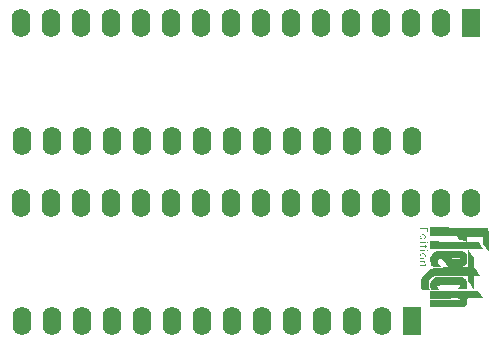
<source format=gbr>
%TF.GenerationSoftware,KiCad,Pcbnew,(5.99.0-11667-g1edb96cc5b)*%
%TF.CreationDate,2021-10-01T11:57:37+02:00*%
%TF.ProjectId,tosadapter,746f7361-6461-4707-9465-722e6b696361,rev?*%
%TF.SameCoordinates,Original*%
%TF.FileFunction,Soldermask,Top*%
%TF.FilePolarity,Negative*%
%FSLAX46Y46*%
G04 Gerber Fmt 4.6, Leading zero omitted, Abs format (unit mm)*
G04 Created by KiCad (PCBNEW (5.99.0-11667-g1edb96cc5b)) date 2021-10-01 11:57:37*
%MOMM*%
%LPD*%
G01*
G04 APERTURE LIST*
%ADD10R,1.600000X2.400000*%
%ADD11O,1.600000X2.400000*%
G04 APERTURE END LIST*
%TO.C, *%
G36*
X151475330Y-94064678D02*
G01*
X151478250Y-94080344D01*
X151455316Y-94103965D01*
X151435823Y-94106960D01*
X151396814Y-94089589D01*
X151403803Y-94050537D01*
X151411483Y-94041730D01*
X151446742Y-94036010D01*
X151475330Y-94064678D01*
G37*
G36*
X151155093Y-94353144D02*
G01*
X151221129Y-94413747D01*
X151224766Y-94420115D01*
X151243642Y-94483210D01*
X151251951Y-94566057D01*
X151251970Y-94569751D01*
X151227032Y-94670077D01*
X151157453Y-94742783D01*
X151051086Y-94781335D01*
X150992304Y-94785801D01*
X150881698Y-94761921D01*
X150798599Y-94698832D01*
X150749814Y-94609363D01*
X150742296Y-94508274D01*
X150804483Y-94508274D01*
X150804810Y-94594455D01*
X150843003Y-94668501D01*
X150862272Y-94685200D01*
X150953123Y-94723222D01*
X151046602Y-94722458D01*
X151127733Y-94688320D01*
X151181543Y-94626217D01*
X151194966Y-94564988D01*
X151182697Y-94480053D01*
X151137630Y-94423066D01*
X151086696Y-94391640D01*
X150991022Y-94370580D01*
X150893767Y-94397150D01*
X150843814Y-94434301D01*
X150804483Y-94508274D01*
X150742296Y-94508274D01*
X150742152Y-94506339D01*
X150782420Y-94402589D01*
X150786079Y-94397233D01*
X150856222Y-94341262D01*
X150953719Y-94315915D01*
X150991022Y-94317426D01*
X151059650Y-94320205D01*
X151155093Y-94353144D01*
G37*
G36*
X152773090Y-92119146D02*
G01*
X153056961Y-92121005D01*
X153383511Y-92123604D01*
X153738854Y-92126805D01*
X154109105Y-92130469D01*
X154480380Y-92134458D01*
X154838794Y-92138632D01*
X155170462Y-92142855D01*
X155228722Y-92143643D01*
X156560820Y-92161854D01*
X156579335Y-92714679D01*
X156585628Y-92931396D01*
X156591004Y-93171488D01*
X156595067Y-93412853D01*
X156597421Y-93633387D01*
X156597849Y-93749066D01*
X156597849Y-94230627D01*
X156343656Y-93864729D01*
X156089463Y-93498830D01*
X156089091Y-93210944D01*
X156088718Y-92923057D01*
X155940221Y-92905365D01*
X155863378Y-92900082D01*
X155742440Y-92896411D01*
X155589864Y-92894521D01*
X155418106Y-92894582D01*
X155268451Y-92896259D01*
X154745177Y-92904844D01*
X154728655Y-93343262D01*
X155118764Y-93343508D01*
X155276129Y-93344866D01*
X155426473Y-93348399D01*
X155554000Y-93353592D01*
X155642912Y-93359932D01*
X155651182Y-93360858D01*
X155793490Y-93377961D01*
X155956477Y-93675231D01*
X156018835Y-93790741D01*
X156068748Y-93886615D01*
X156101212Y-93952991D01*
X156111223Y-93980009D01*
X156111163Y-93980078D01*
X156082798Y-93980653D01*
X156003066Y-93980681D01*
X155877165Y-93980210D01*
X155710295Y-93979285D01*
X155507656Y-93977955D01*
X155274445Y-93976267D01*
X155015863Y-93974268D01*
X154737110Y-93972006D01*
X154443383Y-93969526D01*
X154139883Y-93966878D01*
X153831809Y-93964108D01*
X153524360Y-93961262D01*
X153222735Y-93958390D01*
X152932134Y-93955537D01*
X152657756Y-93952751D01*
X152404800Y-93950079D01*
X152178466Y-93947569D01*
X151983952Y-93945268D01*
X151826459Y-93943223D01*
X151711184Y-93941480D01*
X151643329Y-93940089D01*
X151626747Y-93939328D01*
X151623921Y-93912066D01*
X151621632Y-93839676D01*
X151620135Y-93733601D01*
X151619676Y-93621982D01*
X151619676Y-93306715D01*
X153168284Y-93327159D01*
X153495077Y-93331024D01*
X153789606Y-93333604D01*
X154048472Y-93334910D01*
X154268276Y-93334954D01*
X154445620Y-93333748D01*
X154577107Y-93331303D01*
X154659337Y-93327631D01*
X154688912Y-93322744D01*
X154688607Y-93321915D01*
X154644815Y-93298559D01*
X154570725Y-93272126D01*
X154547181Y-93265319D01*
X154461818Y-93241463D01*
X154347137Y-93208730D01*
X154228974Y-93174498D01*
X154023907Y-93114586D01*
X154023907Y-93002644D01*
X154022308Y-92930911D01*
X154018321Y-92889626D01*
X154016836Y-92886175D01*
X153987984Y-92884825D01*
X153908461Y-92882830D01*
X153784163Y-92880295D01*
X153620984Y-92877327D01*
X153424819Y-92874028D01*
X153201562Y-92870504D01*
X152957109Y-92866861D01*
X152824117Y-92864961D01*
X152508776Y-92859856D01*
X152238767Y-92854084D01*
X152016049Y-92847722D01*
X151842583Y-92840842D01*
X151720328Y-92833519D01*
X151651244Y-92825827D01*
X151635510Y-92819989D01*
X151635033Y-92782041D01*
X151635927Y-92699717D01*
X151638009Y-92585189D01*
X151641054Y-92452283D01*
X151649556Y-92112862D01*
X152773090Y-92119146D01*
G37*
G36*
X154896116Y-94044489D02*
G01*
X154945053Y-94106057D01*
X155012188Y-94198428D01*
X155091308Y-94313223D01*
X155126157Y-94365410D01*
X155353306Y-94708717D01*
X155353306Y-95480091D01*
X155590459Y-95847145D01*
X155827612Y-96214198D01*
X155590459Y-96222370D01*
X155353306Y-96230543D01*
X155351643Y-96816357D01*
X155350448Y-97016618D01*
X155347927Y-97165569D01*
X155343731Y-97268465D01*
X155337513Y-97330559D01*
X155328927Y-97357103D01*
X155317626Y-97353350D01*
X155316286Y-97351440D01*
X155288134Y-97310043D01*
X155234838Y-97232510D01*
X155163521Y-97129173D01*
X155081304Y-97010366D01*
X155063384Y-96984510D01*
X154844175Y-96668310D01*
X154844175Y-96236725D01*
X154610823Y-96218560D01*
X154504618Y-96212675D01*
X154356925Y-96207927D01*
X154174948Y-96204284D01*
X153965892Y-96201710D01*
X153736960Y-96200170D01*
X153495356Y-96199630D01*
X153248284Y-96200056D01*
X153002949Y-96201414D01*
X152766555Y-96203668D01*
X152546306Y-96206784D01*
X152349405Y-96210728D01*
X152183057Y-96215465D01*
X152054466Y-96220961D01*
X151970836Y-96227181D01*
X151944954Y-96231323D01*
X151836184Y-96283416D01*
X151724494Y-96373198D01*
X151625198Y-96484808D01*
X151553606Y-96602382D01*
X151533108Y-96657988D01*
X151514784Y-96784636D01*
X151515340Y-96940551D01*
X151533222Y-97102252D01*
X151566876Y-97246256D01*
X151573267Y-97265097D01*
X151597493Y-97338276D01*
X151599336Y-97375155D01*
X151576383Y-97392364D01*
X151553820Y-97399065D01*
X151499426Y-97406297D01*
X151404583Y-97412002D01*
X151285406Y-97415370D01*
X151219210Y-97415927D01*
X150946027Y-97416314D01*
X150886860Y-97241111D01*
X150840915Y-97055347D01*
X150835318Y-96876003D01*
X150869957Y-96682300D01*
X150883567Y-96633654D01*
X150977847Y-96384424D01*
X151103940Y-96158457D01*
X151255325Y-95964378D01*
X151425480Y-95810814D01*
X151572869Y-95721916D01*
X151680136Y-95678373D01*
X151819489Y-95631807D01*
X151967444Y-95589789D01*
X152029809Y-95574558D01*
X152099973Y-95559023D01*
X152166815Y-95546104D01*
X152236398Y-95535507D01*
X152314785Y-95526936D01*
X152408040Y-95520096D01*
X152522227Y-95514693D01*
X152663410Y-95510431D01*
X152837650Y-95507017D01*
X153051014Y-95504154D01*
X153309562Y-95501548D01*
X153578417Y-95499240D01*
X154844175Y-95488813D01*
X154844175Y-94755459D01*
X154845208Y-94523183D01*
X154848212Y-94330405D01*
X154853043Y-94180969D01*
X154859557Y-94078716D01*
X154867610Y-94027489D01*
X154871591Y-94022104D01*
X154896116Y-94044489D01*
G37*
G36*
X154059526Y-94106463D02*
G01*
X154208321Y-94114832D01*
X154324167Y-94126218D01*
X154412966Y-94141653D01*
X154480620Y-94162171D01*
X154533031Y-94188803D01*
X154576102Y-94222582D01*
X154615736Y-94264540D01*
X154657834Y-94315709D01*
X154658814Y-94316924D01*
X154745177Y-94423908D01*
X154740858Y-94776204D01*
X154735994Y-94958412D01*
X154724370Y-95094029D01*
X154702762Y-95192923D01*
X154667945Y-95264964D01*
X154616694Y-95320019D01*
X154547888Y-95366727D01*
X154506851Y-95389720D01*
X154467235Y-95406989D01*
X154420552Y-95419341D01*
X154358308Y-95427586D01*
X154272014Y-95432531D01*
X154153178Y-95434985D01*
X153993308Y-95435756D01*
X153823427Y-95435697D01*
X153217783Y-95435036D01*
X152999367Y-95174060D01*
X152853400Y-95001965D01*
X152738432Y-94871874D01*
X152651404Y-94780625D01*
X152618485Y-94751192D01*
X153430770Y-94751192D01*
X153451653Y-94774199D01*
X153515331Y-94790539D01*
X153626297Y-94801339D01*
X153789046Y-94807723D01*
X153797615Y-94807924D01*
X153980085Y-94808578D01*
X154107137Y-94800840D01*
X154179317Y-94784592D01*
X154197168Y-94759716D01*
X154165096Y-94728487D01*
X154122069Y-94718236D01*
X154038116Y-94710294D01*
X153927056Y-94704817D01*
X153802705Y-94701961D01*
X153678885Y-94701882D01*
X153569412Y-94704736D01*
X153488105Y-94710679D01*
X153448783Y-94719866D01*
X153448188Y-94720392D01*
X153430770Y-94751192D01*
X152618485Y-94751192D01*
X152589254Y-94725056D01*
X152548921Y-94702005D01*
X152541342Y-94700946D01*
X152479080Y-94721116D01*
X152403201Y-94771084D01*
X152333556Y-94835041D01*
X152289996Y-94897178D01*
X152287756Y-94902916D01*
X152273791Y-94994708D01*
X152299762Y-95089872D01*
X152369299Y-95197237D01*
X152443748Y-95282169D01*
X152586355Y-95432954D01*
X152237369Y-95441727D01*
X152100884Y-95444480D01*
X151984301Y-95445561D01*
X151899661Y-95444947D01*
X151859004Y-95442614D01*
X151858425Y-95442475D01*
X151829128Y-95415663D01*
X151782535Y-95353756D01*
X151734986Y-95280207D01*
X151663392Y-95120153D01*
X151627782Y-94945674D01*
X151630596Y-94775873D01*
X151656990Y-94669332D01*
X151760924Y-94463377D01*
X151902299Y-94296172D01*
X152076872Y-94172089D01*
X152187404Y-94123120D01*
X152229432Y-94109122D01*
X152273492Y-94098007D01*
X152325861Y-94089592D01*
X152392817Y-94083696D01*
X152480637Y-94080134D01*
X152595598Y-94078725D01*
X152743978Y-94079287D01*
X152932053Y-94081637D01*
X153166102Y-94085592D01*
X153356418Y-94089138D01*
X153639477Y-94094648D01*
X153678885Y-94095569D01*
X153871878Y-94100079D01*
X154059526Y-94106463D01*
G37*
G36*
X151249134Y-93620782D02*
G01*
X151251970Y-93640256D01*
X151275414Y-93674977D01*
X151306871Y-93682683D01*
X151361018Y-93695672D01*
X151379253Y-93710969D01*
X151369239Y-93731943D01*
X151324352Y-93739254D01*
X151268069Y-93751866D01*
X151251970Y-93795824D01*
X151240125Y-93841786D01*
X151223685Y-93852394D01*
X151200703Y-93828704D01*
X151195400Y-93795824D01*
X151189747Y-93765381D01*
X151164509Y-93748318D01*
X151107262Y-93740865D01*
X151008899Y-93739254D01*
X150906957Y-93741370D01*
X150848079Y-93750234D01*
X150818837Y-93769620D01*
X150807604Y-93795824D01*
X150785216Y-93841677D01*
X150767824Y-93852394D01*
X150749543Y-93829135D01*
X150743211Y-93777362D01*
X150749924Y-93724081D01*
X150761695Y-93701540D01*
X150797575Y-93692074D01*
X150873633Y-93685305D01*
X150973490Y-93682684D01*
X150974721Y-93682683D01*
X151086490Y-93679248D01*
X151152364Y-93667553D01*
X151182680Y-93645515D01*
X151185171Y-93640256D01*
X151212935Y-93602827D01*
X151226711Y-93597828D01*
X151249134Y-93620782D01*
G37*
G36*
X151119381Y-94053356D02*
G01*
X151206392Y-94061569D01*
X151249150Y-94073996D01*
X151251970Y-94078675D01*
X151225268Y-94092228D01*
X151151355Y-94101895D01*
X151039514Y-94106646D01*
X150997404Y-94106960D01*
X150875427Y-94103993D01*
X150788416Y-94095780D01*
X150745658Y-94083353D01*
X150742838Y-94078675D01*
X150769540Y-94065121D01*
X150843454Y-94055454D01*
X150955294Y-94050703D01*
X150997404Y-94050389D01*
X151119381Y-94053356D01*
G37*
G36*
X151121597Y-93344916D02*
G01*
X151198954Y-93350950D01*
X151239145Y-93362977D01*
X151251835Y-93382607D01*
X151251970Y-93385690D01*
X151242049Y-93406389D01*
X151205843Y-93419282D01*
X151133684Y-93425980D01*
X151015903Y-93428095D01*
X150997404Y-93428118D01*
X150873211Y-93426464D01*
X150795854Y-93420430D01*
X150755663Y-93408403D01*
X150742973Y-93388773D01*
X150742838Y-93385690D01*
X150752759Y-93364991D01*
X150788965Y-93352098D01*
X150861124Y-93345400D01*
X150978905Y-93343285D01*
X150997404Y-93343262D01*
X151121597Y-93344916D01*
G37*
G36*
X151449965Y-92325000D02*
G01*
X151445671Y-92415397D01*
X151434454Y-92476684D01*
X151421680Y-92494710D01*
X151405545Y-92469271D01*
X151395304Y-92404228D01*
X151393395Y-92353285D01*
X151393395Y-92211859D01*
X151138829Y-92211859D01*
X151138829Y-92339142D01*
X151133211Y-92415051D01*
X151118997Y-92460585D01*
X151110544Y-92466425D01*
X151093676Y-92441144D01*
X151083557Y-92377181D01*
X151082259Y-92339142D01*
X151082259Y-92211859D01*
X150799408Y-92211859D01*
X150799408Y-92353285D01*
X150794321Y-92433960D01*
X150781312Y-92485166D01*
X150771123Y-92494710D01*
X150756057Y-92468946D01*
X150745843Y-92401642D01*
X150742838Y-92325000D01*
X150742838Y-92155289D01*
X151449965Y-92155289D01*
X151449965Y-92325000D01*
G37*
G36*
X153203640Y-96308569D02*
G01*
X154292616Y-96318085D01*
X154455366Y-96390266D01*
X154557293Y-96440719D01*
X154630747Y-96494403D01*
X154680278Y-96561376D01*
X154710436Y-96651698D01*
X154725772Y-96775429D01*
X154730837Y-96942629D01*
X154731034Y-96999672D01*
X154731034Y-97354193D01*
X154342114Y-97365298D01*
X154199905Y-97368739D01*
X154079207Y-97370488D01*
X153990650Y-97370478D01*
X153944866Y-97368646D01*
X153941085Y-97367749D01*
X153951856Y-97344975D01*
X153993064Y-97297361D01*
X154019271Y-97270815D01*
X154092235Y-97181917D01*
X154130265Y-97097150D01*
X154127899Y-97029511D01*
X154123899Y-97021930D01*
X154091857Y-97014166D01*
X154011799Y-97007676D01*
X153892266Y-97002488D01*
X153741797Y-96998630D01*
X153568932Y-96996130D01*
X153382213Y-96995015D01*
X153190180Y-96995314D01*
X153001372Y-96997054D01*
X152824331Y-97000263D01*
X152667596Y-97004968D01*
X152539707Y-97011197D01*
X152471135Y-97016557D01*
X152348331Y-97034753D01*
X152276846Y-97064791D01*
X152251579Y-97114435D01*
X152267426Y-97191449D01*
X152303271Y-97271936D01*
X152374723Y-97416314D01*
X151738958Y-97416314D01*
X151696315Y-97309737D01*
X151648865Y-97141290D01*
X151633849Y-96966664D01*
X151652520Y-96807714D01*
X151665089Y-96765757D01*
X151751488Y-96589420D01*
X151874532Y-96452209D01*
X151981269Y-96377468D01*
X152114665Y-96299053D01*
X153203640Y-96308569D01*
G37*
G36*
X151469155Y-93359750D02*
G01*
X151464216Y-93393676D01*
X151426984Y-93421636D01*
X151398131Y-93409325D01*
X151393395Y-93388047D01*
X151416169Y-93349083D01*
X151438180Y-93343262D01*
X151469155Y-93359750D01*
G37*
G36*
X154672458Y-97467545D02*
G01*
X154917793Y-97468336D01*
X155139242Y-97469670D01*
X155331021Y-97471560D01*
X155487349Y-97474019D01*
X155602443Y-97477058D01*
X155670521Y-97480691D01*
X155686832Y-97483383D01*
X155715403Y-97514698D01*
X155767078Y-97583913D01*
X155834759Y-97681097D01*
X155911343Y-97796320D01*
X155918647Y-97807570D01*
X156114122Y-98109298D01*
X155408435Y-98116855D01*
X155215380Y-98119716D01*
X155042503Y-98123800D01*
X154897379Y-98128804D01*
X154787584Y-98134422D01*
X154720692Y-98140353D01*
X154703161Y-98145140D01*
X154712015Y-98182353D01*
X154733871Y-98252056D01*
X154745773Y-98287018D01*
X154773495Y-98438455D01*
X154754347Y-98584435D01*
X154690587Y-98709536D01*
X154682449Y-98719587D01*
X154649615Y-98755892D01*
X154614017Y-98786547D01*
X154570836Y-98812030D01*
X154515254Y-98832815D01*
X154442451Y-98849380D01*
X154347608Y-98862199D01*
X154225907Y-98871750D01*
X154072528Y-98878508D01*
X153882652Y-98882949D01*
X153651460Y-98885550D01*
X153374133Y-98886786D01*
X153045852Y-98887133D01*
X152986368Y-98887138D01*
X151647961Y-98887138D01*
X151647961Y-98236581D01*
X152887790Y-98236581D01*
X153147317Y-98236169D01*
X153389248Y-98234992D01*
X153607748Y-98233135D01*
X153796983Y-98230685D01*
X153951118Y-98227728D01*
X154064319Y-98224351D01*
X154130750Y-98220639D01*
X154146231Y-98217970D01*
X154146819Y-98184055D01*
X154132329Y-98160182D01*
X154116741Y-98150653D01*
X154084299Y-98143088D01*
X154030247Y-98137414D01*
X153949832Y-98133559D01*
X153838299Y-98131448D01*
X153690893Y-98131009D01*
X153502862Y-98132167D01*
X153269449Y-98134850D01*
X152985901Y-98138984D01*
X152873888Y-98140761D01*
X151647961Y-98160516D01*
X151647961Y-97508777D01*
X152051023Y-97491178D01*
X152177473Y-97486808D01*
X152343642Y-97482844D01*
X152543749Y-97479301D01*
X152772010Y-97476189D01*
X153022644Y-97473522D01*
X153289868Y-97471311D01*
X153567900Y-97469570D01*
X153850958Y-97468311D01*
X154133258Y-97467545D01*
X154409019Y-97467286D01*
X154672458Y-97467545D01*
G37*
G36*
X151121597Y-94985450D02*
G01*
X151198954Y-94991485D01*
X151239145Y-95003511D01*
X151251835Y-95023141D01*
X151251970Y-95026225D01*
X151229003Y-95062695D01*
X151205158Y-95068652D01*
X151174881Y-95073032D01*
X151183618Y-95095436D01*
X151207278Y-95122721D01*
X151245516Y-95200513D01*
X151240058Y-95284530D01*
X151194308Y-95353679D01*
X151167114Y-95371644D01*
X151097121Y-95393791D01*
X151005614Y-95406098D01*
X150908542Y-95408791D01*
X150821858Y-95402096D01*
X150761511Y-95386238D01*
X150742838Y-95365646D01*
X150755227Y-95341717D01*
X150799442Y-95328487D01*
X150886057Y-95323485D01*
X150924378Y-95323218D01*
X151051512Y-95320158D01*
X151132170Y-95308289D01*
X151176244Y-95283578D01*
X151193626Y-95241991D01*
X151195400Y-95212708D01*
X151185485Y-95143327D01*
X151149510Y-95099667D01*
X151078128Y-95076553D01*
X150961994Y-95068812D01*
X150935177Y-95068652D01*
X150829366Y-95066031D01*
X150769481Y-95056628D01*
X150745052Y-95038134D01*
X150742838Y-95026225D01*
X150752759Y-95005526D01*
X150788965Y-94992633D01*
X150861124Y-94985934D01*
X150978905Y-94983819D01*
X150997404Y-94983797D01*
X151121597Y-94985450D01*
G37*
G36*
X151125687Y-92694812D02*
G01*
X151201355Y-92749606D01*
X151236223Y-92817085D01*
X151251031Y-92895337D01*
X151243685Y-92961844D01*
X151223685Y-92989699D01*
X151194091Y-93021752D01*
X151216570Y-93045647D01*
X151286896Y-93058739D01*
X151336825Y-93060412D01*
X151417500Y-93065499D01*
X151468706Y-93078508D01*
X151478250Y-93088697D01*
X151450968Y-93100794D01*
X151373008Y-93109833D01*
X151250205Y-93115368D01*
X151110544Y-93116982D01*
X150953287Y-93114883D01*
X150835768Y-93108886D01*
X150763822Y-93099440D01*
X150742838Y-93088697D01*
X150765857Y-93063863D01*
X150786870Y-93060412D01*
X150815089Y-93055299D01*
X150808447Y-93029948D01*
X150786870Y-92997548D01*
X150745386Y-92897936D01*
X150746033Y-92892561D01*
X150799408Y-92892561D01*
X150824760Y-92978006D01*
X150862272Y-93016380D01*
X150947411Y-93051609D01*
X151043786Y-93057481D01*
X151126646Y-93034032D01*
X151150952Y-93015964D01*
X151183684Y-92955821D01*
X151195400Y-92887238D01*
X151185677Y-92826046D01*
X151146303Y-92785933D01*
X151094326Y-92760728D01*
X150983306Y-92734257D01*
X150890351Y-92749271D01*
X150825685Y-92801198D01*
X150799533Y-92885467D01*
X150799408Y-92892561D01*
X150746033Y-92892561D01*
X150756940Y-92801939D01*
X150820184Y-92720632D01*
X150820622Y-92720285D01*
X150912906Y-92677665D01*
X150983306Y-92672539D01*
X151021850Y-92669732D01*
X151125687Y-92694812D01*
G37*
%TD*%
D10*
%TO.C, *%
X155120000Y-74770000D03*
D11*
X152580000Y-74770000D03*
X150040000Y-74770000D03*
X147500000Y-74770000D03*
X144960000Y-74770000D03*
X142420000Y-74770000D03*
X139880000Y-74770000D03*
X137340000Y-74770000D03*
X134800000Y-74770000D03*
X132260000Y-74770000D03*
X129720000Y-74770000D03*
X127180000Y-74770000D03*
X124640000Y-74770000D03*
X122100000Y-74770000D03*
X119560000Y-74770000D03*
X117020000Y-74770000D03*
X117020000Y-90010000D03*
X119560000Y-90010000D03*
X122100000Y-90010000D03*
X124640000Y-90010000D03*
X127180000Y-90010000D03*
X129720000Y-90010000D03*
X132260000Y-90010000D03*
X134800000Y-90010000D03*
X137340000Y-90010000D03*
X139880000Y-90010000D03*
X142420000Y-90010000D03*
X144960000Y-90010000D03*
X147500000Y-90010000D03*
X150040000Y-90010000D03*
X152580000Y-90010000D03*
X155120000Y-90010000D03*
%TD*%
D10*
%TO.C, *%
X150120000Y-100010000D03*
D11*
X147580000Y-100010000D03*
X145040000Y-100010000D03*
X142500000Y-100010000D03*
X139960000Y-100010000D03*
X137420000Y-100010000D03*
X134880000Y-100010000D03*
X132340000Y-100010000D03*
X129800000Y-100010000D03*
X127260000Y-100010000D03*
X124720000Y-100010000D03*
X122180000Y-100010000D03*
X119640000Y-100010000D03*
X117100000Y-100010000D03*
X117100000Y-84770000D03*
X119640000Y-84770000D03*
X122180000Y-84770000D03*
X124720000Y-84770000D03*
X127260000Y-84770000D03*
X129800000Y-84770000D03*
X132340000Y-84770000D03*
X134880000Y-84770000D03*
X137420000Y-84770000D03*
X139960000Y-84770000D03*
X142500000Y-84770000D03*
X145040000Y-84770000D03*
X147580000Y-84770000D03*
X150120000Y-84770000D03*
%TD*%
M02*

</source>
